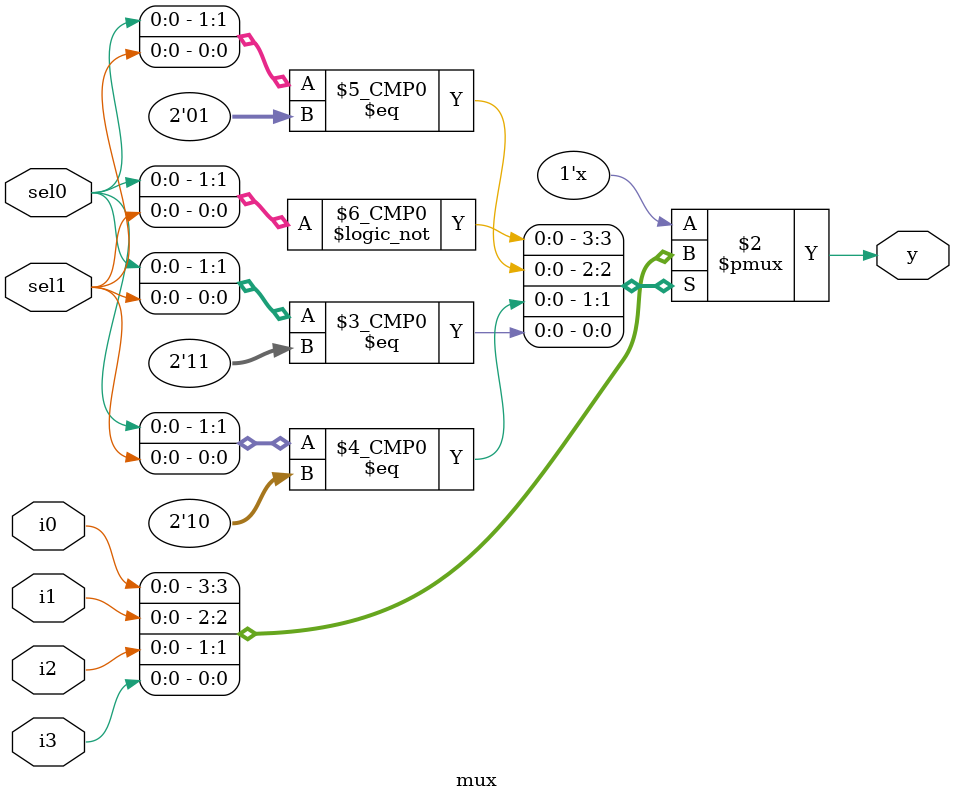
<source format=v>
module mux(
    input i0, i1, i2, i3,
    input sel0, sel1,
    output reg y
);

always @(*) begin
    case({sel0, sel1}) // Concatenating sel1 and sel0 to form a 2-bit selector
        2'b00: y = i0;
        2'b01: y = i1;
        2'b10: y = i2;
        2'b11: y = i3;
        default: y = 1'b0; // Handle default case
    endcase
end

endmodule

</source>
